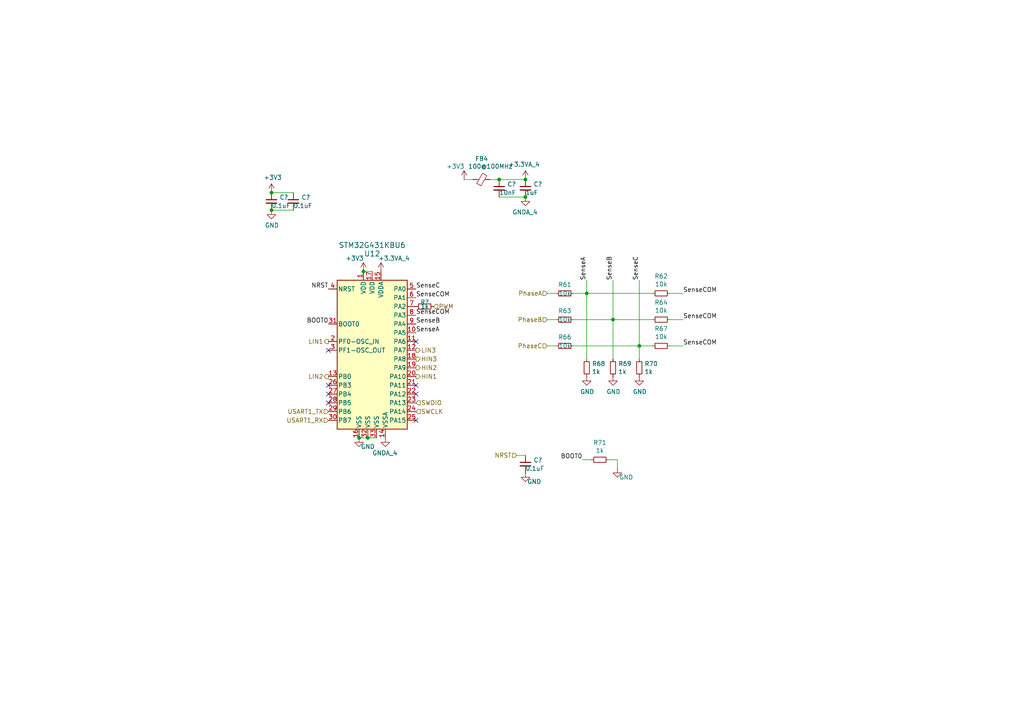
<source format=kicad_sch>
(kicad_sch (version 20250114) (generator "eeschema") (generator_version "9.0")
  (paper "A4")
  (lib_symbols
    (symbol "Device:C_Small" (pin_numbers (hide yes)) (pin_names (offset 0.254) (hide yes))
      (property "Reference" "C" (at 0.254 1.778 0))
      (property "Value" "C_Small" (at 0.254 -2.032 0))
      (symbol "C_Small_0_1"
        (polyline (pts (xy -1.524 0.508) (xy 1.524 0.508)) (stroke (width 0.3048)))
        (polyline (pts (xy -1.524 -0.508) (xy 1.524 -0.508)) (stroke (width 0.3302)))
      )
      (symbol "C_Small_1_1"
        (pin passive line (at 0 2.54 270) (length 2.032) (name "~") (number "1"))
        (pin passive line (at 0 -2.54 90) (length 2.032) (name "~") (number "2"))
      )
    )
    (symbol "Device:Ferrite_Bead_Small" (pin_numbers (hide yes)) (pin_names (offset 0))
      (property "Reference" "FB" (at 1.905 1.27 0))
      (property "Value" "Device_Ferrite_Bead_Small" (at 1.905 -1.27 0))
      (symbol "Ferrite_Bead_Small_0_1"
        (polyline (pts (xy -1.8288 0.2794) (xy -1.1176 1.4986) (xy 1.8288 -0.2032) (xy 1.1176 -1.4224) (xy -1.8288 0.2794)))
        (polyline (pts (xy 0 0.889) (xy 0 1.2954)))
        (polyline (pts (xy 0 -1.27) (xy 0 -0.7874)))
      )
      (symbol "Ferrite_Bead_Small_1_1"
        (pin passive line (at 0 2.54 270) (length 1.27) (name "~") (number "1"))
        (pin passive line (at 0 -2.54 90) (length 1.27) (name "~") (number "2"))
      )
    )
    (symbol "Device:R_Small" (pin_numbers (hide yes)) (pin_names (offset 0.254) (hide yes))
      (property "Reference" "R" (at 0 0 90))
      (property "Value" "R_Small" (at 1.778 0 90))
      (symbol "R_Small_0_1"
        (rectangle (start -0.762 1.778) (end 0.762 -1.778) (stroke (width 0.2032)))
      )
      (symbol "R_Small_1_1"
        (pin passive line (at 0 2.54 270) (length 0.762) (name "~") (number "1"))
        (pin passive line (at 0 -2.54 90) (length 0.762) (name "~") (number "2"))
      )
    )
    (symbol "MCU_ST_STM32G4:STM32G431KBU6" (pin_names (offset 0.254))
      (property "Reference" "U" (at -8.89 22.86 0))
      (property "Value" "MCU_ST_STM32G4_STM32G431KBU6" (at 12.7 22.86 0))
      (symbol "STM32G431KBU6_1_1"
        (rectangle (start -10.16 -21.59) (end 10.16 21.59) (stroke (width 0.254)) (fill (type background)))
        (pin input line (at -12.7 19.05 0) (length 2.54) (name "NRST") (number "4"))
        (pin bidirectional line (at -12.7 8.89 0) (length 2.54) (name "BOOT0") (number "31"))
        (pin bidirectional line (at -12.7 3.81 0) (length 2.54) (name "PF0-OSC_IN") (number "2"))
        (pin bidirectional line (at -12.7 1.27 0) (length 2.54) (name "PF1-OSC_OUT") (number "3"))
        (pin bidirectional line (at -12.7 -6.35 0) (length 2.54) (name "PB0") (number "13"))
        (pin bidirectional line (at -12.7 -8.89 0) (length 2.54) (name "PB3") (number "26"))
        (pin bidirectional line (at -12.7 -11.43 0) (length 2.54) (name "PB4") (number "27"))
        (pin bidirectional line (at -12.7 -13.97 0) (length 2.54) (name "PB5") (number "28"))
        (pin bidirectional line (at -12.7 -16.51 0) (length 2.54) (name "PB6") (number "29"))
        (pin bidirectional line (at -12.7 -19.05 0) (length 2.54) (name "PB7") (number "30"))
        (pin power_in line (at -3.81 -24.13 90) (length 2.54) (name "VSS") (number "16"))
        (pin power_in line (at -2.54 24.13 270) (length 2.54) (name "VDD") (number "1"))
        (pin power_in line (at -1.27 -24.13 90) (length 2.54) (name "VSS") (number "32"))
        (pin power_in line (at 0 24.13 270) (length 2.54) (name "VDD") (number "17"))
        (pin power_in line (at 1.27 -24.13 90) (length 2.54) (name "VSS") (number "33"))
        (pin power_in line (at 2.54 24.13 270) (length 2.54) (name "VDDA") (number "15"))
        (pin power_in line (at 3.81 -24.13 90) (length 2.54) (name "VSSA") (number "14"))
        (pin bidirectional line (at 12.7 19.05 180) (length 2.54) (name "PA0") (number "5"))
        (pin bidirectional line (at 12.7 16.51 180) (length 2.54) (name "PA1") (number "6"))
        (pin bidirectional line (at 12.7 13.97 180) (length 2.54) (name "PA2") (number "7"))
        (pin bidirectional line (at 12.7 11.43 180) (length 2.54) (name "PA3") (number "8"))
        (pin bidirectional line (at 12.7 8.89 180) (length 2.54) (name "PA4") (number "9"))
        (pin bidirectional line (at 12.7 6.35 180) (length 2.54) (name "PA5") (number "10"))
        (pin bidirectional line (at 12.7 3.81 180) (length 2.54) (name "PA6") (number "11"))
        (pin bidirectional line (at 12.7 1.27 180) (length 2.54) (name "PA7") (number "12"))
        (pin bidirectional line (at 12.7 -1.27 180) (length 2.54) (name "PA8") (number "18"))
        (pin bidirectional line (at 12.7 -3.81 180) (length 2.54) (name "PA9") (number "19"))
        (pin bidirectional line (at 12.7 -6.35 180) (length 2.54) (name "PA10") (number "20"))
        (pin bidirectional line (at 12.7 -8.89 180) (length 2.54) (name "PA11") (number "21"))
        (pin bidirectional line (at 12.7 -11.43 180) (length 2.54) (name "PA12") (number "22"))
        (pin bidirectional line (at 12.7 -13.97 180) (length 2.54) (name "PA13") (number "23"))
        (pin bidirectional line (at 12.7 -16.51 180) (length 2.54) (name "PA14") (number "24"))
        (pin bidirectional line (at 12.7 -19.05 180) (length 2.54) (name "PA15") (number "25"))
      )
    )
    (symbol "power:+3V3" (power) (pin_numbers (hide yes)) (pin_names (offset 0) (hide yes))
      (property "Value" "+3V3" (at 0 3.556 0))
      (symbol "+3V3_0_1"
        (polyline (pts (xy -0.762 1.27) (xy 0 2.54)))
        (polyline (pts (xy 0 2.54) (xy 0.762 1.27)))
        (polyline (pts (xy 0 0) (xy 0 2.54)))
      )
      (symbol "+3V3_1_1"
        (pin power_in line (at 0 0 90) (length 0) (name "~") (number "1"))
      )
    )
    (symbol "power:+3V3A_4" (power) (pin_names (offset 1.016))
      (property "Value" "power_+3V3A_4" (at 0 3.81 0))
      (symbol "+3V3A_4_1_1"
        (polyline (pts (xy -0.762 1.27) (xy 0 2.54)))
        (polyline (pts (xy 0 2.54) (xy 0.762 1.27)))
        (polyline (pts (xy 0 0) (xy 0 2.54)))
        (pin power_in line (at 0 0 90) (length 0) (hide yes) (name "+3.3VA_4") (number "1"))
      )
    )
    (symbol "power:GND" (power) (pin_numbers (hide yes)) (pin_names (offset 0) (hide yes))
      (property "Value" "GND" (at 0 -3.81 0))
      (symbol "GND_0_1"
        (polyline (pts (xy 0 0) (xy 0 -1.27) (xy 1.27 -1.27) (xy 0 -2.54) (xy -1.27 -1.27) (xy 0 -1.27)))
      )
      (symbol "GND_1_1"
        (pin power_in line (at 0 0 270) (length 0) (name "~") (number "1"))
      )
    )
    (symbol "power:GNDA_4" (power) (pin_names (offset 1.016))
      (property "Value" "power_GNDA_4" (at 0 -3.81 0))
      (symbol "GNDA_4_1_1"
        (polyline (pts (xy 0 0) (xy 0 -1.27) (xy 1.27 -1.27) (xy 0 -2.54) (xy -1.27 -1.27) (xy 0 -1.27)))
        (pin power_in line (at 0 0 270) (length 0) (hide yes) (name "GNDA_4") (number "1"))
      )
    )
  )
  (junction (at 106.68 127))
  (junction (at 78.74 60.96))
  (junction (at 78.74 55.88))
  (junction (at 152.4 52.07))
  (junction (at 105.41 78.74))
  (junction (at 152.4 57.15))
  (junction (at 185.42 100.33))
  (junction (at 170.18 85.09))
  (junction (at 144.78 52.07))
  (junction (at 177.8 92.71))
  (junction (at 104.14 127))
  (no_connect (at 120.65 99.06))
  (no_connect (at 95.25 116.84))
  (no_connect (at 120.65 111.76))
  (no_connect (at 120.65 114.3))
  (no_connect (at 95.25 111.76))
  (no_connect (at 95.25 101.6))
  (no_connect (at 95.25 114.3))
  (no_connect (at 120.65 121.92))
  (wire (pts (xy 185.42 104.14) (xy 185.42 100.33)))
  (wire (pts (xy 177.8 92.71) (xy 166.37 92.71)))
  (wire (pts (xy 171.45 133.35) (xy 168.91 133.35)))
  (wire (pts (xy 149.86 132.08) (xy 152.4 132.08)))
  (wire (pts (xy 166.37 85.09) (xy 170.18 85.09)))
  (wire (pts (xy 158.75 85.09) (xy 161.29 85.09)))
  (wire (pts (xy 177.8 92.71) (xy 177.8 104.14)))
  (wire (pts (xy 134.62 52.07) (xy 137.16 52.07)))
  (wire (pts (xy 170.18 81.28) (xy 170.18 85.09)))
  (wire (pts (xy 158.75 92.71) (xy 161.29 92.71)))
  (wire (pts (xy 166.37 100.33) (xy 185.42 100.33)))
  (wire (pts (xy 179.07 135.89) (xy 179.07 133.35)))
  (wire (pts (xy 185.42 100.33) (xy 185.42 81.28)))
  (wire (pts (xy 194.31 92.71) (xy 198.12 92.71)))
  (wire (pts (xy 78.74 55.88) (xy 85.09 55.88)))
  (wire (pts (xy 105.41 78.74) (xy 107.95 78.74)))
  (wire (pts (xy 189.23 100.33) (xy 185.42 100.33)))
  (wire (pts (xy 158.75 100.33) (xy 161.29 100.33)))
  (wire (pts (xy 170.18 85.09) (xy 170.18 104.14)))
  (wire (pts (xy 179.07 133.35) (xy 176.53 133.35)))
  (wire (pts (xy 144.78 52.07) (xy 152.4 52.07)))
  (wire (pts (xy 177.8 92.71) (xy 189.23 92.71)))
  (wire (pts (xy 104.14 127) (xy 106.68 127)))
  (wire (pts (xy 194.31 85.09) (xy 198.12 85.09)))
  (wire (pts (xy 152.4 57.15) (xy 144.78 57.15)))
  (wire (pts (xy 198.12 100.33) (xy 194.31 100.33)))
  (wire (pts (xy 177.8 81.28) (xy 177.8 92.71)))
  (wire (pts (xy 142.24 52.07) (xy 144.78 52.07)))
  (wire (pts (xy 106.68 127) (xy 109.22 127)))
  (wire (pts (xy 78.74 60.96) (xy 85.09 60.96)))
  (wire (pts (xy 189.23 85.09) (xy 170.18 85.09)))
  (label "BOOT0" (at 95.25 93.98 180))
  (label "SenseA" (at 170.18 81.28 90))
  (label "SenseC" (at 120.65 83.82 0))
  (label "NRST" (at 95.25 83.82 180))
  (label "SenseC" (at 185.42 81.28 90))
  (label "SenseCOM" (at 198.12 85.09 0))
  (label "SenseB" (at 177.8 81.28 90))
  (label "SenseCOM" (at 120.65 91.44 0))
  (label "SenseCOM" (at 198.12 92.71 0))
  (label "SenseA" (at 120.65 96.52 0))
  (label "SenseCOM" (at 198.12 100.33 0))
  (label "BOOT0" (at 168.91 133.35 180))
  (label "SenseB" (at 120.65 93.98 0))
  (label "SenseCOM" (at 120.65 86.36 0))
  (hierarchical_label "PhaseC" (shape input) (at 158.75 100.33 180))
  (hierarchical_label "LIN1" (shape output) (at 95.25 99.06 180))
  (hierarchical_label "SWDIO" (shape input) (at 120.65 116.84 0))
  (hierarchical_label "HIN1" (shape output) (at 120.65 109.22 0))
  (hierarchical_label "HIN3" (shape output) (at 120.65 104.14 0))
  (hierarchical_label "LIN3" (shape output) (at 120.65 101.6 0))
  (hierarchical_label "USART1_TX" (shape input) (at 95.25 119.38 180))
  (hierarchical_label "PhaseB" (shape input) (at 158.75 92.71 180))
  (hierarchical_label "PhaseA" (shape input) (at 158.75 85.09 180))
  (hierarchical_label "PWM" (shape input) (at 125.73 88.9 0))
  (hierarchical_label "USART1_RX" (shape input) (at 95.25 121.92 180))
  (hierarchical_label "SWCLK" (shape input) (at 120.65 119.38 0))
  (hierarchical_label "LIN2" (shape output) (at 95.25 109.22 180))
  (hierarchical_label "HIN2" (shape output) (at 120.65 106.68 0))
  (hierarchical_label "NRST" (shape input) (at 149.86 132.08 180))
  (symbol (lib_id "Device:C_Small") (at 85.09 58.42 0) (unit 1)
    (property "Reference" "C48" (at 87.4268 57.2516 0) (effects (justify left)))
    (property "Value" "0.1uF" (at 85.09 59.69 0) (effects (justify left)))
    (property "Footprint" "Capacitor_SMD:C_0402_1005Metric" (effects (hide yes)))
    (instances (project "" (path "" (reference "C?") (unit 1)) (path "" (reference "C48") (unit 1))))
  )
  (symbol (lib_id "power:+3V3") (at 134.62 52.07 0) (unit 1)
    (property "Reference" "#PWR0213" (effects (hide yes)))
    (property "Value" "+3V3" (at 132.08 48.26 0))
  )
  (symbol (lib_id "power:GND") (at 152.4 137.16 0) (unit 1)
    (property "Reference" "#PWR0211" (effects (hide yes)))
    (property "Value" "GND" (at 154.94 139.7 0))
  )
  (symbol (lib_id "Device:R_Small") (at 173.99 133.35 90) (unit 1)
    (property "Reference" "R71" (at 173.99 128.3716 90))
    (property "Value" "1k" (at 173.99 130.683 90))
    (property "Footprint" "Resistor_SMD:R_0402_1005Metric" (effects (hide yes)))
  )
  (symbol (lib_id "power:GND") (at 179.07 135.89 0) (unit 1)
    (property "Reference" "#PWR0212" (effects (hide yes)))
    (property "Value" "GND" (at 181.61 138.43 0))
  )
  (symbol (lib_id "power:+3V3A_4") (at 152.4 52.07 0) (unit 1)
    (property "Reference" "#PWR0221" (effects (hide yes)))
    (property "Value" "+3.3VA_4" (at 152.019 47.6758 0))
  )
  (symbol (lib_id "Device:R_Small") (at 163.83 85.09 270) (unit 1)
    (property "Reference" "R61" (at 163.83 82.55 90))
    (property "Value" "10k" (at 163.83 85.09 90))
    (property "Footprint" "Resistor_SMD:R_0402_1005Metric" (effects (hide yes)))
  )
  (symbol (lib_id "power:GND") (at 170.18 109.22 0) (unit 1)
    (property "Reference" "#PWR0208" (effects (hide yes)))
    (property "Value" "GND" (at 170.307 113.6142 0))
    (instances (project "" (path "" (reference "#PWR?") (unit 1)) (path "" (reference "#PWR0208") (unit 1))))
  )
  (symbol (lib_id "Device:R_Small") (at 191.77 85.09 90) (unit 1)
    (property "Reference" "R62" (at 191.77 80.1116 90))
    (property "Value" "10k" (at 191.77 82.423 90))
    (property "Footprint" "Resistor_SMD:R_0402_1005Metric" (effects (hide yes)))
  )
  (symbol (lib_id "Device:C_Small") (at 152.4 54.61 0) (unit 1)
    (property "Reference" "C46" (at 154.7368 53.4416 0) (effects (justify left)))
    (property "Value" "1uF" (at 152.4 55.88 0) (effects (justify left)))
    (property "Footprint" "Capacitor_SMD:C_0402_1005Metric" (effects (hide yes)))
    (instances (project "" (path "" (reference "C?") (unit 1)) (path "" (reference "C46") (unit 1))))
  )
  (symbol (lib_id "Device:Ferrite_Bead_Small") (at 139.7 52.07 270) (unit 1)
    (property "Reference" "FB4" (at 139.7 46.0502 90))
    (property "Value" "100@100MHz" (at 142.24 48.26 90))
    (property "Footprint" "Inductor_SMD:L_0603_1608Metric" (effects (hide yes)))
  )
  (symbol (lib_id "Device:C_Small") (at 152.4 134.62 0) (unit 1)
    (property "Reference" "C49" (at 154.7368 133.4516 0) (effects (justify left)))
    (property "Value" "0.1uF" (at 152.4 135.89 0) (effects (justify left)))
    (property "Footprint" "Capacitor_SMD:C_0402_1005Metric" (effects (hide yes)))
    (instances (project "" (path "" (reference "C?") (unit 1)) (path "" (reference "C49") (unit 1))))
  )
  (symbol (lib_id "Device:R_Small") (at 170.18 106.68 180) (unit 1)
    (property "Reference" "R68" (at 171.6786 105.5116 0) (effects (justify right)))
    (property "Value" "1k" (at 171.6786 107.823 0) (effects (justify right)))
    (property "Footprint" "Resistor_SMD:R_0402_1005Metric" (effects (hide yes)))
  )
  (symbol (lib_id "power:GND") (at 185.42 109.22 0) (unit 1)
    (property "Reference" "#PWR0210" (effects (hide yes)))
    (property "Value" "GND" (at 185.547 113.6142 0))
    (instances (project "" (path "" (reference "#PWR?") (unit 1)) (path "" (reference "#PWR0210") (unit 1))))
  )
  (symbol (lib_id "Device:C_Small") (at 78.74 58.42 0) (unit 1)
    (property "Reference" "C47" (at 81.0768 57.2516 0) (effects (justify left)))
    (property "Value" "0.1uF" (at 78.74 59.69 0) (effects (justify left)))
    (property "Footprint" "Capacitor_SMD:C_0402_1005Metric" (effects (hide yes)))
    (instances (project "" (path "" (reference "C?") (unit 1)) (path "" (reference "C47") (unit 1))))
  )
  (symbol (lib_id "Device:R_Small") (at 177.8 106.68 180) (unit 1)
    (property "Reference" "R69" (at 179.2986 105.5116 0) (effects (justify right)))
    (property "Value" "1k" (at 179.2986 107.823 0) (effects (justify right)))
    (property "Footprint" "Resistor_SMD:R_0402_1005Metric" (effects (hide yes)))
  )
  (symbol (lib_id "Device:R_Small") (at 185.42 106.68 180) (unit 1)
    (property "Reference" "R70" (at 186.9186 105.5116 0) (effects (justify right)))
    (property "Value" "1k" (at 186.9186 107.823 0) (effects (justify right)))
    (property "Footprint" "Resistor_SMD:R_0402_1005Metric" (effects (hide yes)))
  )
  (symbol (lib_id "Device:R_Small") (at 191.77 92.71 90) (unit 1)
    (property "Reference" "R64" (at 191.77 87.7316 90))
    (property "Value" "10k" (at 191.77 90.043 90))
    (property "Footprint" "Resistor_SMD:R_0402_1005Metric" (effects (hide yes)))
  )
  (symbol (lib_id "Device:R_Small") (at 191.77 100.33 90) (unit 1)
    (property "Reference" "R67" (at 191.77 95.3516 90))
    (property "Value" "10k" (at 191.77 97.663 90))
    (property "Footprint" "Resistor_SMD:R_0402_1005Metric" (effects (hide yes)))
  )
  (symbol (lib_id "power:GND") (at 177.8 109.22 0) (unit 1)
    (property "Reference" "#PWR0209" (effects (hide yes)))
    (property "Value" "GND" (at 177.927 113.6142 0))
    (instances (project "" (path "" (reference "#PWR?") (unit 1)) (path "" (reference "#PWR0209") (unit 1))))
  )
  (symbol (lib_id "power:+3V3") (at 78.74 55.88 0) (unit 1)
    (property "Reference" "#PWR0206" (effects (hide yes)))
    (property "Value" "+3V3" (at 79.121 51.4858 0))
    (instances (project "" (path "" (reference "#PWR?") (unit 1)) (path "" (reference "#PWR0206") (unit 1))))
  )
  (symbol (lib_id "power:GND") (at 78.74 60.96 0) (unit 1)
    (property "Reference" "#PWR0207" (effects (hide yes)))
    (property "Value" "GND" (at 78.867 65.3542 0))
    (instances (project "" (path "" (reference "#PWR?") (unit 1)) (path "" (reference "#PWR0207") (unit 1))))
  )
  (symbol (lib_id "Device:C_Small") (at 144.78 54.61 0) (unit 1)
    (property "Reference" "C45" (at 147.1168 53.4416 0) (effects (justify left)))
    (property "Value" "10nF" (at 144.78 55.88 0) (effects (justify left)))
    (property "Footprint" "Capacitor_SMD:C_0402_1005Metric" (effects (hide yes)))
    (instances (project "" (path "" (reference "C?") (unit 1)) (path "" (reference "C45") (unit 1))))
  )
  (symbol (lib_id "Device:R_Small") (at 163.83 92.71 270) (unit 1)
    (property "Reference" "R63" (at 163.83 90.17 90))
    (property "Value" "10k" (at 163.83 92.71 90))
    (property "Footprint" "Resistor_SMD:R_0402_1005Metric" (effects (hide yes)))
  )
  (symbol (lib_id "Device:R_Small") (at 163.83 100.33 270) (unit 1)
    (property "Reference" "R66" (at 163.83 97.79 90))
    (property "Value" "10k" (at 163.83 100.33 90))
    (property "Footprint" "Resistor_SMD:R_0402_1005Metric" (effects (hide yes)))
  )
  (symbol (lib_id "power:+3V3") (at 105.41 78.74 0) (unit 1)
    (property "Reference" "#PWR0205" (effects (hide yes)))
    (property "Value" "+3V3" (at 102.87 74.93 0))
    (instances (project "" (path "" (reference "#PWR?") (unit 1)) (path "" (reference "#PWR?") (unit 1)) (path "" (reference "#PWR0205") (unit 1))))
  )
  (symbol (lib_id "MCU_ST_STM32G4:STM32G431KBU6") (at 107.95 102.87 0) (unit 1)
    (property "Reference" "U12" (at 107.95 73.5838 0) (effects (font (size 1.524 1.524))))
    (property "Value" "STM32G431KBU6" (at 107.95 71.12 0) (effects (font (size 1.524 1.524))))
    (property "Footprint" "Package_DFN_QFN:QFN-32-1EP_5x5mm_P0.5mm_EP3.45x3.45mm_STM32" (effects (hide yes)))
  )
  (symbol (lib_id "power:GND") (at 104.14 127 0) (unit 1)
    (property "Reference" "#PWR021" (effects (hide yes)))
    (property "Value" "GND" (at 106.68 129.54 0))
    (instances (project "" (path "" (reference "#PWR?") (unit 1)) (path "" (reference "#PWR021") (unit 1))))
  )
  (symbol (lib_id "Device:R_Small") (at 123.19 88.9 90) (unit 1)
    (property "Reference" "R65" (at 123.19 87.63 90))
    (property "Value" "1k" (at 123.19 88.9 90))
    (property "Footprint" "Resistor_SMD:R_0402_1005Metric" (effects (hide yes)))
    (instances (project "" (path "" (reference "R?") (unit 1)) (path "" (reference "R65") (unit 1))))
  )
  (symbol (lib_id "power:+3V3A_4") (at 110.49 78.74 0) (unit 1)
    (property "Reference" "#PWR0220" (effects (hide yes)))
    (property "Value" "+3.3VA_4" (at 114.3 74.93 0))
  )
  (symbol (lib_id "power:GNDA_4") (at 152.4 57.15 0) (unit 1)
    (property "Reference" "#PWR0190" (effects (hide yes)))
    (property "Value" "GNDA_4" (at 152.273 61.5442 0))
  )
  (symbol (lib_id "power:GNDA_4") (at 111.76 127 0) (unit 1)
    (property "Reference" "#PWR0191" (effects (hide yes)))
    (property "Value" "GNDA_4" (at 111.633 131.3942 0))
  )
)
</source>
